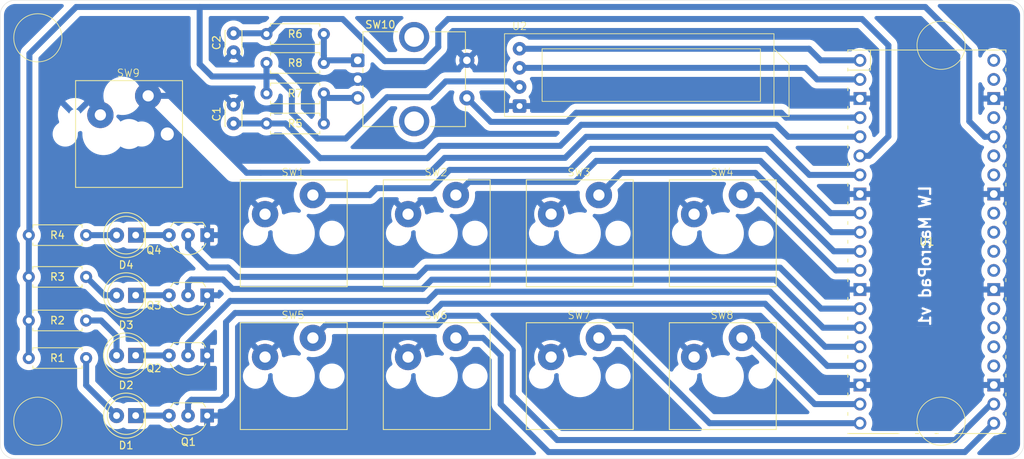
<source format=kicad_pcb>
(kicad_pcb (version 20240108) (generator "pcbnew") (generator_version "8.0")
  (title_block (title "LW Macro Pad ") (date "2024-04-20") (rev "r1") (company "York Embedded Ltd."))
  (layers (0 "F.Cu" signal) (31 "B.Cu" signal) (34 "B.Paste" user) (35 "F.Paste" user) (36 "B.SilkS" user "B.Silkscreen") (37 "F.SilkS" user "F.Silkscreen") (38 "B.Mask" user) (39 "F.Mask" user) (44 "Edge.Cuts" user))
  (net 0 "")
  (net 1 "Net-(U1-GPIO4)")
  (net 2 "GND")
  (net 3 "Net-(U1-GPIO5)")
  (net 4 "Net-(D1-A)")
  (net 5 "Net-(D1-K)")
  (net 6 "Net-(D2-K)")
  (net 7 "Net-(D2-A)")
  (net 8 "Net-(D3-A)")
  (net 9 "Net-(D3-K)")
  (net 10 "Net-(D4-A)")
  (net 11 "Net-(D4-K)")
  (net 12 "Net-(Q1-G)")
  (net 13 "Net-(Q2-G)")
  (net 14 "Net-(Q3-G)")
  (net 15 "Net-(Q4-G)")
  (net 16 "VCC")
  (net 17 "Net-(R5-Pad1)")
  (net 18 "Net-(R6-Pad1)")
  (net 19 "Net-(U1-GPIO8)")
  (net 20 "Net-(U1-GPIO9)")
  (net 21 "Net-(U1-GPIO6)")
  (net 22 "Net-(U1-GPIO2)")
  (net 23 "Net-(U1-GPIO7)")
  (net 24 "Net-(U1-GPIO3)")
  (net 25 "Net-(U1-GPIO1)")
  (net 26 "Net-(U1-GPIO0)")
  (net 40 "Net-(U1-GPIO17)")
  (net 41 "Net-(U1-GPIO16)")
  (net 42 "Net-(U1-GPIO15)")
  (net 43 "Net-(U1-GPIO14)")
  (footprint "LiveWires:LW_CherrySwitch" (layer "F.Cu") (at 125 119)
    (property "Reference" "SW5" (at -0.1 -8.1 0) (layer "F.SilkS") (effects (font (thickness 0.1))))
    (property "Value" "~" (hide yes))
    (pad "" np_thru_hole circle (at -5.08 0) (size 1.75 1.75) (drill 1.75) (layers "*.Cu" "*.Mask"))
    (pad "" np_thru_hole circle (at 0 0) (size 4 4) (drill 4) (layers "*.Cu" "*.Mask"))
    (pad "" np_thru_hole circle (at 5.08 0) (size 1.75 1.75) (drill 1.75) (layers "*.Cu" "*.Mask"))
    (pad "1" thru_hole circle (at -3.81 -2.54) (size 3.5 3.5) (drill 1.5) (layers "*.Cu" "*.Mask") (net 2 "GND"))
    (pad "2" thru_hole circle (at 2.54 -5.08) (size 3.5 3.5) (drill 1.5) (layers "*.Cu" "*.Mask") (net 40 "Net-(U1-GPIO17)"))
  )
  (footprint "LiveWires:LW_Cap_Disc" (layer "F.Cu") (at 117 75.9 90)
    (property "Reference" "C2" (at 1.25 -2.25 -90) (layer "F.SilkS"))
    (property "Value" "10n" (hide yes))
    (pad "1" thru_hole circle (at 0 0 90) (size 1.8 1.8) (drill 0.8) (layers "*.Cu" "*.Mask") (net 2 "GND"))
    (pad "2" thru_hole circle (at 2.5 0 90) (size 1.8 1.8) (drill 0.8) (layers "*.Cu" "*.Mask") (net 1 "Net-(U1-GPIO4)"))
  )
  (footprint "LiveWires:LW_TO-92" (layer "F.Cu") (at 113.5 124.25 180)
    (property "Reference" "Q1" (at 2.5 -3.5 180) (layer "F.SilkS"))
    (property "Value" "2N7000" (hide yes))
    (pad "1" thru_hole rect (at 0 0 180) (size 1.8 1.8) (drill 0.8) (layers "*.Cu" "*.Mask") (net 2 "GND"))
    (pad "2" thru_hole circle (at 2.54 0 180) (size 1.8 1.8) (drill 0.8) (layers "*.Cu" "*.Mask") (net 12 "Net-(Q1-G)"))
    (pad "3" thru_hole circle (at 5.08 0 180) (size 1.8 1.8) (drill 0.8) (layers "*.Cu" "*.Mask") (net 5 "Net-(D1-K)"))
  )
  (footprint "LiveWires:LW_CherrySwitch" (layer "F.Cu") (at 182 119)
    (property "Reference" "SW8" (at -0.1 -8.1 0) (layer "F.SilkS") (effects (font (thickness 0.1))))
    (property "Value" "~" (hide yes))
    (pad "" np_thru_hole circle (at -5.08 0) (size 1.75 1.75) (drill 1.75) (layers "*.Cu" "*.Mask"))
    (pad "" np_thru_hole circle (at 0 0) (size 4 4) (drill 4) (layers "*.Cu" "*.Mask"))
    (pad "" np_thru_hole circle (at 5.08 0) (size 1.75 1.75) (drill 1.75) (layers "*.Cu" "*.Mask"))
    (pad "1" thru_hole circle (at -3.81 -2.54) (size 3.5 3.5) (drill 1.5) (layers "*.Cu" "*.Mask") (net 2 "GND"))
    (pad "2" thru_hole circle (at 2.54 -5.08) (size 3.5 3.5) (drill 1.5) (layers "*.Cu" "*.Mask") (net 43 "Net-(U1-GPIO14)"))
  )
  (footprint "LiveWires:LW_LED_D5.0mm" (layer "F.Cu") (at 104 124.25 180)
    (property "Reference" "D1" (at 1.27 -3.96 180) (layer "F.SilkS"))
    (property "Value" "LED" (hide yes))
    (pad "1" thru_hole rect (at 0 0 180) (size 2 2) (drill 0.9) (layers "*.Cu" "*.Mask") (net 5 "Net-(D1-K)"))
    (pad "2" thru_hole circle (at 2.54 0 180) (size 2 2) (drill 0.9) (layers "*.Cu" "*.Mask") (net 4 "Net-(D1-A)"))
  )
  (footprint "LiveWires:LW_LED_D5.0mm" (layer "F.Cu") (at 104 108.25 180)
    (property "Reference" "D3" (at 1.27 -3.96 180) (layer "F.SilkS"))
    (property "Value" "LED" (hide yes))
    (pad "1" thru_hole rect (at 0 0 180) (size 2 2) (drill 0.9) (layers "*.Cu" "*.Mask") (net 9 "Net-(D3-K)"))
    (pad "2" thru_hole circle (at 2.54 0 180) (size 2 2) (drill 0.9) (layers "*.Cu" "*.Mask") (net 8 "Net-(D3-A)"))
  )
  (footprint "LiveWires:LW_CherrySwitch" (layer "F.Cu") (at 144 100)
    (property "Reference" "SW2" (at -0.1 -8.1 0) (layer "F.SilkS") (effects (font (thickness 0.1))))
    (property "Value" "~" (hide yes))
    (pad "" np_thru_hole circle (at -5.08 0) (size 1.75 1.75) (drill 1.75) (layers "*.Cu" "*.Mask"))
    (pad "" np_thru_hole circle (at 0 0) (size 4 4) (drill 4) (layers "*.Cu" "*.Mask"))
    (pad "" np_thru_hole circle (at 5.08 0) (size 1.75 1.75) (drill 1.75) (layers "*.Cu" "*.Mask"))
    (pad "1" thru_hole circle (at -3.81 -2.54) (size 3.5 3.5) (drill 1.5) (layers "*.Cu" "*.Mask") (net 2 "GND"))
    (pad "2" thru_hole circle (at 2.54 -5.08) (size 3.5 3.5) (drill 1.5) (layers "*.Cu" "*.Mask") (net 23 "Net-(U1-GPIO7)"))
  )
  (footprint "LiveWires:LW_TO-92" (layer "F.Cu") (at 113.5 108.25 180)
    (property "Reference" "Q3" (at 7.08 -1.35 180) (layer "F.SilkS"))
    (property "Value" "2N7000" (hide yes))
    (pad "1" thru_hole rect (at 0 0 180) (size 1.8 1.8) (drill 0.8) (layers "*.Cu" "*.Mask") (net 2 "GND"))
    (pad "2" thru_hole circle (at 2.54 0 180) (size 1.8 1.8) (drill 0.8) (layers "*.Cu" "*.Mask") (net 14 "Net-(Q3-G)"))
    (pad "3" thru_hole circle (at 5.08 0 180) (size 1.8 1.8) (drill 0.8) (layers "*.Cu" "*.Mask") (net 9 "Net-(D3-K)"))
  )
  (footprint "LiveWires:LW_Res" (layer "F.Cu") (at 97.42 111.6 180)
    (property "Reference" "R2" (at 3.81 0 180) (layer "F.SilkS"))
    (property "Value" "220" (hide yes))
    (pad "1" thru_hole circle (at 0 0 180) (size 1.6 1.6) (drill 0.8) (layers "*.Cu" "*.Mask") (net 7 "Net-(D2-A)"))
    (pad "2" thru_hole oval (at 7.62 0 180) (size 1.6 1.6) (drill 0.8) (layers "*.Cu" "*.Mask") (net 16 "VCC"))
  )
  (footprint "LiveWires:LW_CherrySwitch" (layer "F.Cu") (at 163 119)
    (property "Reference" "SW7" (at -0.1 -8.1 0) (layer "F.SilkS") (effects (font (thickness 0.1))))
    (property "Value" "~" (hide yes))
    (pad "" np_thru_hole circle (at -5.08 0) (size 1.75 1.75) (drill 1.75) (layers "*.Cu" "*.Mask"))
    (pad "" np_thru_hole circle (at 0 0) (size 4 4) (drill 4) (layers "*.Cu" "*.Mask"))
    (pad "" np_thru_hole circle (at 5.08 0) (size 1.75 1.75) (drill 1.75) (layers "*.Cu" "*.Mask"))
    (pad "1" thru_hole circle (at -3.81 -2.54) (size 3.5 3.5) (drill 1.5) (layers "*.Cu" "*.Mask") (net 2 "GND"))
    (pad "2" thru_hole circle (at 2.54 -5.08) (size 3.5 3.5) (drill 1.5) (layers "*.Cu" "*.Mask") (net 42 "Net-(U1-GPIO15)"))
  )
  (footprint "LiveWires:LW_TO-92" (layer "F.Cu") (at 113.5 116.25 180)
    (property "Reference" "Q2" (at 7.08 -1.7 180) (layer "F.SilkS"))
    (property "Value" "2N7000" (hide yes))
    (pad "1" thru_hole rect (at 0 0 180) (size 1.8 1.8) (drill 0.8) (layers "*.Cu" "*.Mask") (net 2 "GND"))
    (pad "2" thru_hole circle (at 2.54 0 180) (size 1.8 1.8) (drill 0.8) (layers "*.Cu" "*.Mask") (net 13 "Net-(Q2-G)"))
    (pad "3" thru_hole circle (at 5.08 0 180) (size 1.8 1.8) (drill 0.8) (layers "*.Cu" "*.Mask") (net 6 "Net-(D2-K)"))
  )
  (footprint "LiveWires:LW_Res" (layer "F.Cu") (at 97.42 105.8 180)
    (property "Reference" "R3" (at 3.81 0 180) (layer "F.SilkS"))
    (property "Value" "220")
    (pad "1" thru_hole circle (at 0 0 180) (size 1.6 1.6) (drill 0.8) (layers "*.Cu" "*.Mask") (net 8 "Net-(D3-A)"))
    (pad "2" thru_hole oval (at 7.62 0 180) (size 1.6 1.6) (drill 0.8) (layers "*.Cu" "*.Mask") (net 16 "VCC"))
  )
  (footprint "LiveWires:LW_Res" (layer "F.Cu") (at 129 73.5 180)
    (property "Reference" "R6" (at 3.81 0 180) (layer "F.SilkS"))
    (property "Value" "10k" (hide yes))
    (pad "1" thru_hole circle (at 0 0 180) (size 1.6 1.6) (drill 0.8) (layers "*.Cu" "*.Mask") (net 18 "Net-(R6-Pad1)"))
    (pad "2" thru_hole oval (at 7.62 0 180) (size 1.6 1.6) (drill 0.8) (layers "*.Cu" "*.Mask") (net 1 "Net-(U1-GPIO4)"))
  )
  (footprint "LiveWires:LW_TO-92" (layer "F.Cu") (at 113.5 100.25 180)
    (property "Reference" "Q4" (at 7.08 -2 180) (layer "F.SilkS"))
    (property "Value" "2N7000" (hide yes))
    (pad "1" thru_hole rect (at 0 0 180) (size 1.8 1.8) (drill 0.8) (layers "*.Cu" "*.Mask") (net 2 "GND"))
    (pad "2" thru_hole circle (at 2.54 0 180) (size 1.8 1.8) (drill 0.8) (layers "*.Cu" "*.Mask") (net 15 "Net-(Q4-G)"))
    (pad "3" thru_hole circle (at 5.08 0 180) (size 1.8 1.8) (drill 0.8) (layers "*.Cu" "*.Mask") (net 11 "Net-(D4-K)"))
  )
  (footprint "LiveWires:LW_Res" (layer "F.Cu") (at 121.38 77.35)
    (property "Reference" "R8" (at 3.81 0 0) (layer "F.SilkS"))
    (property "Value" "10k" (hide yes))
    (pad "1" thru_hole circle (at 0 0) (size 1.6 1.6) (drill 0.8) (layers "*.Cu" "*.Mask") (net 16 "VCC"))
    (pad "2" thru_hole oval (at 7.62 0) (size 1.6 1.6) (drill 0.8) (layers "*.Cu" "*.Mask") (net 18 "Net-(R6-Pad1)"))
  )
  (footprint "LiveWires:LW_LED_D5.0mm" (layer "F.Cu") (at 104 116.25 180)
    (property "Reference" "D2" (at 1.27 -3.96 180) (layer "F.SilkS"))
    (property "Value" "LED" (hide yes))
    (pad "1" thru_hole rect (at 0 0 180) (size 2 2) (drill 0.9) (layers "*.Cu" "*.Mask") (net 6 "Net-(D2-K)"))
    (pad "2" thru_hole circle (at 2.54 0 180) (size 2 2) (drill 0.9) (layers "*.Cu" "*.Mask") (net 7 "Net-(D2-A)"))
  )
  (footprint "LiveWires:LW_Res" (layer "F.Cu") (at 97.42 116.6 180)
    (property "Reference" "R1" (at 3.81 0 180) (layer "F.SilkS"))
    (property "Value" "220" (hide yes))
    (pad "1" thru_hole circle (at 0 0 180) (size 1.6 1.6) (drill 0.8) (layers "*.Cu" "*.Mask") (net 4 "Net-(D1-A)"))
    (pad "2" thru_hole oval (at 7.62 0 180) (size 1.6 1.6) (drill 0.8) (layers "*.Cu" "*.Mask") (net 16 "VCC"))
  )
  (footprint "LiveWires:LW_LED_D5.0mm" (layer "F.Cu") (at 104 100.25 180)
    (property "Reference" "D4" (at 1.27 -3.96 180) (layer "F.SilkS"))
    (property "Value" "LED" (hide yes))
    (pad "1" thru_hole rect (at 0 0 180) (size 2 2) (drill 0.9) (layers "*.Cu" "*.Mask") (net 11 "Net-(D4-K)"))
    (pad "2" thru_hole circle (at 2.54 0 180) (size 2 2) (drill 0.9) (layers "*.Cu" "*.Mask") (net 10 "Net-(D4-A)"))
  )
  (footprint "LiveWires:LW_CherrySwitch" (layer "F.Cu") (at 103.12 86.8)
    (property "Reference" "SW9" (at -0.1 -8.1 0) (layer "F.SilkS") (effects (font (thickness 0.1))))
    (property "Value" "~" (hide yes))
    (pad "" np_thru_hole circle (at -5.08 0) (size 1.75 1.75) (drill 1.75) (layers "*.Cu" "*.Mask"))
    (pad "" np_thru_hole circle (at 0 0) (size 4 4) (drill 4) (layers "*.Cu" "*.Mask"))
    (pad "" np_thru_hole circle (at 5.08 0) (size 1.75 1.75) (drill 1.75) (layers "*.Cu" "*.Mask"))
    (pad "1" thru_hole circle (at -3.81 -2.54) (size 3.5 3.5) (drill 1.5) (layers "*.Cu" "*.Mask") (net 2 "GND"))
    (pad "2" thru_hole circle (at 2.54 -5.08) (size 3.5 3.5) (drill 1.5) (layers "*.Cu" "*.Mask") (net 3 "Net-(U1-GPIO5)"))
  )
  (footprint "LiveWires:LW_Res" (layer "F.Cu") (at 129 81.4 180)
    (property "Reference" "R7" (at 3.81 0 180) (layer "F.SilkS"))
    (property "Value" "10k" (hide yes))
    (pad "1" thru_hole circle (at 0 0 180) (size 1.6 1.6) (drill 0.8) (layers "*.Cu" "*.Mask") (net 17 "Net-(R5-Pad1)"))
    (pad "2" thru_hole oval (at 7.62 0 180) (size 1.6 1.6) (drill 0.8) (layers "*.Cu" "*.Mask") (net 16 "VCC"))
  )
  (footprint "LiveWires:LW_CherrySwitch" (layer "F.Cu") (at 125 100)
    (property "Reference" "SW1" (at -0.1 -8.1 0) (layer "F.SilkS") (effects (font (thickness 0.1))))
    (property "Value" "~" (hide yes))
    (pad "" np_thru_hole circle (at -5.08 0) (size 1.75 1.75) (drill 1.75) (layers "*.Cu" "*.Mask"))
    (pad "" np_thru_hole circle (at 0 0) (size 4 4) (drill 4) (layers "*.Cu" "*.Mask"))
    (pad "" np_thru_hole circle (at 5.08 0) (size 1.75 1.75) (drill 1.75) (layers "*.Cu" "*.Mask"))
    (pad "1" thru_hole circle (at -3.81 -2.54) (size 3.5 3.5) (drill 1.5) (layers "*.Cu" "*.Mask") (net 2 "GND"))
    (pad "2" thru_hole circle (at 2.54 -5.08) (size 3.5 3.5) (drill 1.5) (layers "*.Cu" "*.Mask") (net 21 "Net-(U1-GPIO6)"))
  )
  (footprint "LiveWires:LW_CherrySwitch" (layer "F.Cu") (at 163 100)
    (property "Reference" "SW3" (at -0.1 -8.1 0) (layer "F.SilkS") (effects (font (thickness 0.1))))
    (property "Value" "~" (hide yes))
    (pad "" np_thru_hole circle (at -5.08 0) (size 1.75 1.75) (drill 1.75) (layers "*.Cu" "*.Mask"))
    (pad "" np_thru_hole circle (at 0 0) (size 4 4) (drill 4) (layers "*.Cu" "*.Mask"))
    (pad "" np_thru_hole circle (at 5.08 0) (size 1.75 1.75) (drill 1.75) (layers "*.Cu" "*.Mask"))
    (pad "1" thru_hole circle (at -3.81 -2.54) (size 3.5 3.5) (drill 1.5) (layers "*.Cu" "*.Mask") (net 2 "GND"))
    (pad "2" thru_hole circle (at 2.54 -5.08) (size 3.5 3.5) (drill 1.5) (layers "*.Cu" "*.Mask") (net 19 "Net-(U1-GPIO8)"))
  )
  (footprint "LiveWires:LW_MIDAS_OLED_128x32_0.91in" (layer "F.Cu") (at 155 75.46)
    (property "Reference" "U2" (at 0 -3 0) (layer "F.SilkS") (effects (font (thickness 0.1))))
    (property "Value" "MDOB128032GV-WI" (hide yes))
    (pad "1" thru_hole roundrect (at 0 7.62 180) (size 1.8 1.8) (drill 0.8) (layers "*.Cu" "*.Mask") (roundrect_rratio 0.1388888889) (net 2 "GND"))
    (pad "2" thru_hole circle (at 0 5.08 180) (size 1.8 1.8) (drill 0.8) (layers "*.Cu" "*.Mask") (net 16 "VCC"))
    (pad "3" thru_hole circle (at 0 2.54 180) (size 1.8 1.8) (drill 0.8) (layers "*.Cu" "*.Mask") (net 25 "Net-(U1-GPIO1)"))
    (pad "4" thru_hole circle (at 0 0 180) (size 1.8 1.8) (drill 0.8) (layers "*.Cu" "*.Mask") (net 26 "Net-(U1-GPIO0)"))
  )
  (footprint "LiveWires:LW_RotaryEncoder_Bourns_Vertical_PEC12R-3x17F-Sxxxx" (layer "F.Cu") (at 133.5 77)
    (property "Reference" "SW10" (at 3 -4.75 0) (layer "F.SilkS"))
    (property "Value" "RotaryEncoder_Switch" (hide yes))
    (pad "A" thru_hole roundrect (at 0 0) (size 1.8 1.8) (drill 1) (layers "*.Cu" "*.Mask") (roundrect_rratio 0.15625) (net 18 "Net-(R6-Pad1)"))
    (pad "B" thru_hole circle (at 0 5) (size 1.8 1.8) (drill 1) (layers "*.Cu" "*.Mask") (net 17 "Net-(R5-Pad1)"))
    (pad "C" thru_hole circle (at 0 2.5) (size 1.8 1.8) (drill 1) (layers "*.Cu" "*.Mask") (net 2 "GND"))
    (pad "S1" thru_hole circle (at 14.5 0) (size 2 2) (drill 1) (layers "*.Cu" "*.Mask") (net 2 "GND"))
    (pad "S2" thru_hole circle (at 14.5 5) (size 2 2) (drill 1) (layers "*.Cu" "*.Mask") (net 22 "Net-(U1-GPIO2)"))
    (pad "SH" thru_hole circle (at 7.5 -3.1) (size 4 4) (drill 2.6) (layers "*.Cu" "*.Mask"))
    (pad "SH" thru_hole circle (at 7.5 8.1) (size 4 4) (drill 2.6) (layers "*.Cu" "*.Mask"))
  )
  (footprint "LiveWires:LW_Res" (layer "F.Cu") (at 97.42 100.25 180)
    (property "Reference" "R4" (at 3.81 0 180) (layer "F.SilkS"))
    (property "Value" "220" (hide yes))
    (pad "1" thru_hole circle (at 0 0 180) (size 1.6 1.6) (drill 0.8) (layers "*.Cu" "*.Mask") (net 10 "Net-(D4-A)"))
    (pad "2" thru_hole oval (at 7.62 0 180) (size 1.6 1.6) (drill 0.8) (layers "*.Cu" "*.Mask") (net 16 "VCC"))
  )
  (footprint "LiveWires:LW_Res" (layer "F.Cu") (at 129 85.4 180)
    (property "Reference" "R5" (at 3.81 0 180) (layer "F.SilkS"))
    (property "Value" "10k" (hide yes))
    (pad "1" thru_hole circle (at 0 0 180) (size 1.6 1.6) (drill 0.8) (layers "*.Cu" "*.Mask") (net 17 "Net-(R5-Pad1)"))
    (pad "2" thru_hole oval (at 7.62 0 180) (size 1.6 1.6) (drill 0.8) (layers "*.Cu" "*.Mask") (net 24 "Net-(U1-GPIO3)"))
  )
  (footprint "LiveWires:LW_Cap_Disc" (layer "F.Cu") (at 117 85.4 90)
    (property "Reference" "C1" (at 1.25 -2.25 -90) (layer "F.SilkS"))
    (property "Value" "10n" (hide yes))
    (pad "1" thru_hole circle (at 0 0 90) (size 1.8 1.8) (drill 0.8) (layers "*.Cu" "*.Mask") (net 24 "Net-(U1-GPIO3)"))
    (pad "2" thru_hole circle (at 2.5 0 90) (size 1.8 1.8) (drill 0.8) (layers "*.Cu" "*.Mask") (net 2 "GND"))
  )
  (footprint "LiveWires:LW_RPi_Pico_SMD_TH" (layer "F.Cu") (at 209.11 101.13)
    (property "Reference" "U1" (at 0 0 0) (layer "F.SilkS"))
    (property "Value" "Pico")
    (pad "1" thru_hole oval (at -8.89 -24.13) (size 1.7 1.7) (drill 1.02) (layers "*.Cu" "*.Mask") (net 26 "Net-(U1-GPIO0)"))
    (pad "2" thru_hole oval (at -8.89 -21.59) (size 1.7 1.7) (drill 1.02) (layers "*.Cu" "*.Mask") (net 25 "Net-(U1-GPIO1)"))
    (pad "3" thru_hole rect (at -8.89 -19.05) (size 1.7 1.7) (drill 1.02) (layers "*.Cu" "*.Mask") (net 2 "GND"))
    (pad "4" thru_hole oval (at -8.89 -16.51) (size 1.7 1.7) (drill 1.02) (layers "*.Cu" "*.Mask") (net 22 "Net-(U1-GPIO2)"))
    (pad "5" thru_hole oval (at -8.89 -13.97) (size 1.7 1.7) (drill 1.02) (layers "*.Cu" "*.Mask") (net 24 "Net-(U1-GPIO3)"))
    (pad "6" thru_hole oval (at -8.89 -11.43) (size 1.7 1.7) (drill 1.02) (layers "*.Cu" "*.Mask") (net 1 "Net-(U1-GPIO4)"))
    (pad "7" thru_hole oval (at -8.89 -8.89) (size 1.7 1.7) (drill 1.02) (layers "*.Cu" "*.Mask") (net 3 "Net-(U1-GPIO5)"))
    (pad "8" thru_hole rect (at -8.89 -6.35) (size 1.7 1.7) (drill 1.02) (layers "*.Cu" "*.Mask") (net 2 "GND"))
    (pad "9" thru_hole oval (at -8.89 -3.81) (size 1.7 1.7) (drill 1.02) (layers "*.Cu" "*.Mask") (net 21 "Net-(U1-GPIO6)"))
    (pad "10" thru_hole oval (at -8.89 -1.27) (size 1.7 1.7) (drill 1.02) (layers "*.Cu" "*.Mask") (net 23 "Net-(U1-GPIO7)"))
    (pad "11" thru_hole oval (at -8.89 1.27) (size 1.7 1.7) (drill 1.02) (layers "*.Cu" "*.Mask") (net 19 "Net-(U1-GPIO8)"))
    (pad "12" thru_hole oval (at -8.89 3.81) (size 1.7 1.7) (drill 1.02) (layers "*.Cu" "*.Mask") (net 20 "Net-(U1-GPIO9)"))
    (pad "13" thru_hole rect (at -8.89 6.35) (size 1.7 1.7) (drill 1.02) (layers "*.Cu" "*.Mask") (net 2 "GND"))
    (pad "14" thru_hole oval (at -8.89 8.89) (size 1.7 1.7) (drill 1.02) (layers "*.Cu" "*.Mask") (net 15 "Net-(Q4-G)"))
    (pad "15" thru_hole oval (at -8.89 11.43) (size 1.7 1.7) (drill 1.02) (layers "*.Cu" "*.Mask") (net 14 "Net-(Q3-G)"))
    (pad "16" thru_hole oval (at -8.89 13.97) (size 1.7 1.7) (drill 1.02) (layers "*.Cu" "*.Mask") (net 13 "Net-(Q2-G)"))
    (pad "17" thru_hole oval (at -8.89 16.51) (size 1.7 1.7) (drill 1.02) (layers "*.Cu" "*.Mask") (net 12 "Net-(Q1-G)"))
    (pad "18" thru_hole rect (at -8.89 19.05) (size 1.7 1.7) (drill 1.02) (layers "*.Cu" "*.Mask") (net 2 "GND"))
    (pad "19" thru_hole oval (at -8.89 21.59) (size 1.7 1.7) (drill 1.02) (layers "*.Cu" "*.Mask") (net 43 "Net-(U1-GPIO14)"))
    (pad "20" thru_hole oval (at -8.89 24.13) (size 1.7 1.7) (drill 1.02) (layers "*.Cu" "*.Mask") (net 42 "Net-(U1-GPIO15)"))
    (pad "21" thru_hole oval (at 8.89 24.13) (size 1.7 1.7) (drill 1.02) (layers "*.Cu" "*.Mask") (net 41 "Net-(U1-GPIO16)"))
    (pad "22" thru_hole oval (at 8.89 21.59) (size 1.7 1.7) (drill 1.02) (layers "*.Cu" "*.Mask") (net 40 "Net-(U1-GPIO17)"))
    (pad "23" thru_hole rect (at 8.89 19.05) (size 1.7 1.7) (drill 1.02) (layers "*.Cu" "*.Mask") (net 2 "GND"))
    (pad "24" thru_hole oval (at 8.89 16.51) (size 1.7 1.7) (drill 1.02) (layers "*.Cu" "*.Mask"))
    (pad "25" thru_hole oval (at 8.89 13.97) (size 1.7 1.7) (drill 1.02) (layers "*.Cu" "*.Mask"))
    (pad "26" thru_hole oval (at 8.89 11.43) (size 1.7 1.7) (drill 1.02) (layers "*.Cu" "*.Mask"))
    (pad "27" thru_hole oval (at 8.89 8.89) (size 1.7 1.7) (drill 1.02) (layers "*.Cu" "*.Mask"))
    (pad "28" thru_hole rect (at 8.89 6.35) (size 1.7 1.7) (drill 1.02) (layers "*.Cu" "*.Mask") (net 2 "GND"))
    (pad "29" thru_hole oval (at 8.89 3.81) (size 1.7 1.7) (drill 1.02) (layers "*.Cu" "*.Mask"))
    (pad "30" thru_hole oval (at 8.89 1.27) (size 1.7 1.7) (drill 1.02) (layers "*.Cu" "*.Mask"))
    (pad "31" thru_hole oval (at 8.89 -1.27) (size 1.7 1.7) (drill 1.02) (layers "*.Cu" "*.Mask"))
    (pad "32" thru_hole oval (at 8.89 -3.81) (size 1.7 1.7) (drill 1.02) (layers "*.Cu" "*.Mask"))
    (pad "33" thru_hole rect (at 8.89 -6.35) (size 1.7 1.7) (drill 1.02) (layers "*.Cu" "*.Mask") (net 2 "GND"))
    (pad "34" thru_hole oval (at 8.89 -8.89) (size 1.7 1.7) (drill 1.02) (layers "*.Cu" "*.Mask"))
    (pad "35" thru_hole oval (at 8.89 -11.43) (size 1.7 1.7) (drill 1.02) (layers "*.Cu" "*.Mask"))
    (pad "36" thru_hole oval (at 8.89 -13.97) (size 1.7 1.7) (drill 1.02) (layers "*.Cu" "*.Mask") (net 16 "VCC"))
    (pad "37" thru_hole oval (at 8.89 -16.51) (size 1.7 1.7) (drill 1.02) (layers "*.Cu" "*.Mask"))
    (pad "38" thru_hole rect (at 8.89 -19.05) (size 1.7 1.7) (drill 1.02) (layers "*.Cu" "*.Mask") (net 2 "GND"))
    (pad "39" thru_hole oval (at 8.89 -21.59) (size 1.7 1.7) (drill 1.02) (layers "*.Cu" "*.Mask"))
    (pad "40" thru_hole oval (at 8.89 -24.13) (size 1.7 1.7) (drill 1.02) (layers "*.Cu" "*.Mask"))
  )
  (footprint "LiveWires:LW_CherrySwitch" (layer "F.Cu") (at 144 119)
    (property "Reference" "SW6" (at -0.1 -8.1 0) (layer "F.SilkS") (effects (font (thickness 0.1))))
    (property "Value" "~" (hide yes))
    (pad "" np_thru_hole circle (at -5.08 0) (size 1.75 1.75) (drill 1.75) (layers "*.Cu" "*.Mask"))
    (pad "" np_thru_hole circle (at 0 0) (size 4 4) (drill 4) (layers "*.Cu" "*.Mask"))
    (pad "" np_thru_hole circle (at 5.08 0) (size 1.75 1.75) (drill 1.75) (layers "*.Cu" "*.Mask"))
    (pad "1" thru_hole circle (at -3.81 -2.54) (size 3.5 3.5) (drill 1.5) (layers "*.Cu" "*.Mask") (net 2 "GND"))
    (pad "2" thru_hole circle (at 2.54 -5.08) (size 3.5 3.5) (drill 1.5) (layers "*.Cu" "*.Mask") (net 41 "Net-(U1-GPIO16)"))
  )
  (footprint "LiveWires:LW_CherrySwitch" (layer "F.Cu") (at 182 100)
    (property "Reference" "SW4" (at -0.1 -8.1 0) (layer "F.SilkS") (effects (font (thickness 0.1))))
    (property "Value" "~" (hide yes))
    (pad "" np_thru_hole circle (at -5.08 0) (size 1.75 1.75) (drill 1.75) (layers "*.Cu" "*.Mask"))
    (pad "" np_thru_hole circle (at 0 0) (size 4 4) (drill 4) (layers "*.Cu" "*.Mask"))
    (pad "" np_thru_hole circle (at 5.08 0) (size 1.75 1.75) (drill 1.75) (layers "*.Cu" "*.Mask"))
    (pad "1" thru_hole circle (at -3.81 -2.54) (size 3.5 3.5) (drill 1.5) (layers "*.Cu" "*.Mask") (net 2 "GND"))
    (pad "2" thru_hole circle (at 2.54 -5.08) (size 3.5 3.5) (drill 1.5) (layers "*.Cu" "*.Mask") (net 20 "Net-(U1-GPIO9)"))
  )
  (gr_circle (center 91 74) (end 94.2 74) (stroke (width 0.1)) (fill none) (layer "F.SilkS"))
  (gr_circle (center 91 125) (end 94.2 125) (stroke (width 0.1)) (fill none) (layer "F.SilkS"))
  (gr_circle (center 211 75) (end 214.2 75) (stroke (width 0.1)) (fill none) (layer "F.SilkS"))
  (gr_circle (center 211 125) (end 214.2 125) (stroke (width 0.1)) (fill none) (layer "F.SilkS"))
  (gr_line (start 88 69) (end 220 69) (stroke (width 0.05)) (layer "Edge.Cuts"))
  (gr_line (start 86 128) (end 86 71) (stroke (width 0.05)) (layer "Edge.Cuts"))
  (gr_line (start 220 130) (end 88 130) (stroke (width 0.05)) (layer "Edge.Cuts"))
  (gr_line (start 222 71) (end 222 128) (stroke (width 0.05)) (layer "Edge.Cuts"))
  (gr_arc (start 220 69) (mid 221.414214 69.585786) (end 222 71) (stroke (width 0.05)) (layer "Edge.Cuts"))
  (gr_arc (start 86 71) (mid 86.585786 69.585786) (end 88 69) (stroke (width 0.05)) (layer "Edge.Cuts"))
  (gr_arc (start 222 128) (mid 221.414214 129.414214) (end 220 130) (stroke (width 0.05)) (layer "Edge.Cuts"))
  (gr_arc (start 88 130) (mid 86.585786 129.414214) (end 86 128) (stroke (width 0.05)) (layer "Edge.Cuts"))
  (gr_text "LW MacroPad v1" (at 209.75 93.5 90) (layer "B.Cu" knockout) (effects (font (size 1.5 1.5) (thickness 0.3) (bold yes)) (justify left bottom mirror)))
  (segment (start 137.1 77.1) (end 131.5 71.5) (width 0.8) (layer "B.Cu") (net 1))
  (segment (start 144.2 72.8) (end 144.2 75.225484) (width 0.8) (layer "B.Cu") (net 1))
  (segment (start 201.422081 89.7) (end 204 87.122081) (width 0.8) (layer "B.Cu") (net 1))
  (segment (start 117 73.4) (end 121.28 73.4) (width 0.8) (layer "B.Cu") (net 1))
  (segment (start 200.22 89.7) (end 201.422081 89.7) (width 0.8) (layer "B.Cu") (net 1))
  (segment (start 145.5 71.5) (end 144.2 72.8) (width 0.8) (layer "B.Cu") (net 1))
  (segment (start 131.5 71.5) (end 123.38 71.5) (width 0.8) (layer "B.Cu") (net 1))
  (segment (start 142.325484 77.1) (end 137.1 77.1) (width 0.8) (layer "B.Cu") (net 1))
  (segment (start 200.5 71.5) (end 145.5 71.5) (width 0.8) (layer "B.Cu") (net 1))
  (segment (start 144.2 75.225484) (end 142.325484 77.1) (width 0.8) (layer "B.Cu") (net 1))
  (segment (start 204 87.122081) (end 204 75) (width 0.8) (layer "B.Cu") (net 1))
  (segment (start 121.28 73.4) (end 121.38 73.5) (width 0.8) (layer "B.Cu") (net 1))
  (segment (start 204 75) (end 200.5 71.5) (width 0.8) (layer "B.Cu") (net 1))
  (segment (start 123.38 71.5) (end 121.38 73.5) (width 0.8) (layer "B.Cu") (net 1))
  (segment (start 118.75 91.95) (end 120.6 91.95) (width 0.8) (layer "B.Cu") (net 3))
  (segment (start 188.432742 87.17) (end 163.855484 87.17) (width 0.8) (layer "B.Cu") (net 3))
  (segment (start 161.055483 89.970001) (end 145.055326 89.970001) (width 0.8) (layer "B.Cu") (net 3))
  (segment (start 193.502742 92.24) (end 188.432742 87.17) (width 0.8) (layer "B.Cu") (net 3))
  (segment (start 108.52 81.72) (end 118.75 91.95) (width 0.8) (layer "B.Cu") (net 3))
  (segment (start 143.075327 91.95) (end 120.6 91.95) (width 0.8) (layer "B.Cu") (net 3))
  (segment (start 105.66 81.72) (end 108.52 81.72) (width 0.8) (layer "B.Cu") (net 3))
  (segment (start 145.055326 89.970001) (end 143.075327 91.95) (width 0.8) (layer "B.Cu") (net 3))
  (segment (start 163.855484 87.17) (end 161.055483 89.970001) (width 0.8) (layer "B.Cu") (net 3))
  (segment (start 200.22 92.24) (end 193.502742 92.24) (width 0.8) (layer "B.Cu") (net 3))
  (segment (start 97.42 116.6) (end 97.42 120.21) (width 0.8) (layer "B.Cu") (net 4))
  (segment (start 97.42 120.21) (end 101.46 124.25) (width 0.8) (layer "B.Cu") (net 4))
  (segment (start 104 124.25) (end 108.42 124.25) (width 0.8) (layer "B.Cu") (net 5))
  (segment (start 104 116.25) (end 108.42 116.25) (width 0.8) (layer "B.Cu") (net 6))
  (segment (start 99.4 111.6) (end 97.42 111.6) (width 0.8) (layer "B.Cu") (net 7))
  (segment (start 101.46 116.25) (end 101.46 113.66) (width 0.8) (layer "B.Cu") (net 7))
  (segment (start 101.46 113.66) (end 99.4 111.6) (width 0.8) (layer "B.Cu") (net 7))
  (segment (start 101.46 108.25) (end 99.87 108.25) (width 0.8) (layer "B.Cu") (net 8))
  (segment (start 99.87 108.25) (end 97.42 105.8) (width 0.8) (layer "B.Cu") (net 8))
  (segment (start 104 108.25) (end 108.42 108.25) (width 0.8) (layer "B.Cu") (net 9))
  (segment (start 97.42 100.25) (end 101.46 100.25) (width 0.8) (layer "B.Cu") (net 10))
  (segment (start 104 100.25) (end 108.42 100.25) (width 0.8) (layer "B.Cu") (net 11))
  (segment (start 200.22 117.64) (end 195.89 117.64) (width 0.8) (layer "B.Cu") (net 12))
  (segment (start 115.35 122.15) (end 111.4 122.15) (width 0.8) (layer "B.Cu") (net 12))
  (segment (start 187.62 109.37) (end 144.655327 109.37) (width 0.8) (layer "B.Cu") (net 12))
  (segment (start 116 121.5) (end 115.35 122.15) (width 0.8) (layer "B.Cu") (net 12))
  (segment (start 195.89 117.64) (end 187.62 109.37) (width 0.8) (layer "B.Cu") (net 12))
  (segment (start 111.4 122.15) (end 110.96 122.59) (width 0.8) (layer "B.Cu") (net 12))
  (segment (start 144.655327 109.37) (end 143.425327 110.6) (width 0.8) (layer "B.Cu") (net 12))
  (segment (start 110.96 122.59) (end 110.96 124.25) (width 0.8) (layer "B.Cu") (net 12))
  (segment (start 143.425327 110.6) (end 117.212742 110.6) (width 0.8) (layer "B.Cu") (net 12))
  (segment (start 117.212742 110.6) (end 116 111.812742) (width 0.8) (layer "B.Cu") (net 12))
  (segment (start 116 111.812742) (end 116 121.5) (width 0.8) (layer "B.Cu") (net 12))
  (segment (start 110.96 114.59) (end 110.96 116.25) (width 0.8) (layer "B.Cu") (net 13))
  (segment (start 200.22 115.1) (end 195.612742 115.1) (width 0.8) (layer "B.Cu") (net 13))
  (segment (start 143.992585 107.77) (end 142.762585 109) (width 0.8) (layer "B.Cu") (net 13))
  (segment (start 116.55 109) (end 110.96 114.59) (width 0.8) (layer "B.Cu") (net 13))
  (segment (start 142.762585 109) (end 116.55 109) (width 0.8) (layer "B.Cu") (net 13))
  (segment (start 188.282742 107.77) (end 143.992585 107.77) (width 0.8) (layer "B.Cu") (net 13))
  (segment (start 195.612742 115.1) (end 188.282742 107.77) (width 0.8) (layer "B.Cu") (net 13))
  (segment (start 200.22 112.56) (end 195.335484 112.56) (width 0.8) (layer "B.Cu") (net 14))
  (segment (start 142.099843 107.4) (end 116.85 107.4) (width 0.8) (layer "B.Cu") (net 14))
  (segment (start 115.6 106.15) (end 111.4 106.15) (width 0.8) (layer "B.Cu") (net 14))
  (segment (start 116.85 107.4) (end 115.6 106.15) (width 0.8) (layer "B.Cu") (net 14))
  (segment (start 195.335484 112.56) (end 188.945484 106.17) (width 0.8) (layer "B.Cu") (net 14))
  (segment (start 110.96 106.59) (end 110.96 108.25) (width 0.8) (layer "B.Cu") (net 14))
  (segment (start 188.945484 106.17) (end 143.329843 106.17) (width 0.8) (layer "B.Cu") (net 14))
  (segment (start 143.329843 106.17) (end 142.099843 107.4) (width 0.8) (layer "B.Cu") (net 14))
  (segment (start 111.4 106.15) (end 110.96 106.59) (width 0.8) (layer "B.Cu") (net 14))
  (segment (start 142.667101 104.57) (end 189.608226 104.57) (width 0.8) (layer "B.Cu") (net 15))
  (segment (start 189.608226 104.57) (end 195.058226 110.02) (width 0.8) (layer "B.Cu") (net 15))
  (segment (start 113.6 104.55) (end 116.262742 104.55) (width 0.8) (layer "B.Cu") (net 15))
  (segment (start 110.96 101.91) (end 113.6 104.55) (width 0.8) (layer "B.Cu") (net 15))
  (segment (start 110.96 100.25) (end 110.96 101.91) (width 0.8) (layer "B.Cu") (net 15))
  (segment (start 116.262742 104.55) (end 117.512742 105.8) (width 0.8) (layer "B.Cu") (net 15))
  (segment (start 141.437101 105.8) (end 142.667101 104.57) (width 0.8) (layer "B.Cu") (net 15))
  (segment (start 195.058226 110.02) (end 200.22 110.02) (width 0.8) (layer "B.Cu") (net 15))
  (segment (start 117.512742 105.8) (end 141.437101 105.8) (width 0.8) (layer "B.Cu") (net 15))
  (segment (start 89.8 111.6) (end 89.8 116.6) (width 0.8) (layer "B.Cu") (net 16))
  (segment (start 216.797919 87.16) (end 214.75 85.112081) (width 0.8) (layer "B.Cu") (net 16))
  (segment (start 208.9 69.9) (end 112.5 69.9) (width 0.8) (layer "B.Cu") (net 16))
  (segment (start 121.38 81.4) (end 121.38 79.27) (width 0.8) (layer "B.Cu") (net 16))
  (segment (start 124.75 83.978428) (end 128.171572 87.4) (width 0.8) (layer "B.Cu") (net 16))
  (segment (start 121.5 79.15) (end 114.15 79.15) (width 0.8) (layer "B.Cu") (net 16))
  (segment (start 114.15 79.15) (end 112.5 77.5) (width 0.8) (layer "B.Cu") (net 16))
  (segment (start 121.5 79.15) (end 121.38 79.03) (width 0.8) (layer "B.Cu") (net 16))
  (segment (start 89.8 100.25) (end 89.8 105.8) (width 0.8) (layer "B.Cu") (net 16))
  (segment (start 89.88 76.12) (end 89.88 100.17) (width 0.8) (layer "B.Cu") (net 16))
  (segment (start 112.5 69.9) (end 96.1 69.9) (width 0.8) (layer "B.Cu") (net 16))
  (segment (start 143.1 81.9) (end 145.2 79.8) (width 0.8) (layer "B.Cu") (net 16))
  (segment (start 218 87.16) (end 216.797919 87.16) (width 0.8) (layer "B.Cu") (net 16))
  (segment (start 145.2 79.8) (end 153.55 79.8) (width 0.8) (layer "B.Cu") (net 16))
  (segment (start 121.38 79.03) (end 121.38 77.35) (width 0.8) (layer "B.Cu") (net 16))
  (segment (start 124.75 81.15) (end 124.75 83.978428) (width 0.8) (layer "B.Cu") (net 16))
  (segment (start 153.55 79.8) (end 154.29 80.54) (width 0.8) (layer "B.Cu") (net 16))
  (segment (start 214.75 85.112081) (end 214.75 75.75) (width 0.8) (layer "B.Cu") (net 16))
  (segment (start 96.1 69.9) (end 89.88 76.12) (width 0.8) (layer "B.Cu") (net 16))
  (segment (start 214.75 75.75) (end 208.9 69.9) (width 0.8) (layer "B.Cu") (net 16))
  (segment (start 89.8 105.8) (end 89.8 111.6) (width 0.8) (layer "B.Cu") (net 16))
  (segment (start 131.911774 87.4) (end 137.411774 81.9) (width 0.8) (layer "B.Cu") (net 16))
  (segment (start 89.88 100.17) (end 89.8 100.25) (width 0.8) (layer "B.Cu") (net 16))
  (segment (start 128.171572 87.4) (end 131.911774 87.4) (width 0.8) (layer "B.Cu") (net 16))
  (segment (start 137.411774 81.9) (end 143.1 81.9) (width 0.8) (layer "B.Cu") (net 16))
  (segment (start 112.5 77.5) (end 112.5 69.9) (width 0.8) (layer "B.Cu") (net 16))
  (segment (start 122.75 79.15) (end 124.75 81.15) (width 0.8) (layer "B.Cu") (net 16))
  (segment (start 154.29 80.54) (end 155 80.54) (width 0.8) (layer "B.Cu") (net 16))
  (segment (start 121.38 79.27) (end 121.5 79.15) (width 0.8) (layer "B.Cu") (net 16))
  (segment (start 121.5 79.15) (end 122.75 79.15) (width 0.8) (layer "B.Cu") (net 16))
  (segment (start 129 85.4) (end 129 81.4) (width 0.8) (layer "B.Cu") (net 17))
  (segment (start 133.5 82) (end 129.6 82) (width 0.8) (layer "B.Cu") (net 17))
  (segment (start 129.6 82) (end 129 81.4) (width 0.8) (layer "B.Cu") (net 17))
  (segment (start 129 77.35) (end 129 76.4) (width 0.8) (layer "B.Cu") (net 18))
  (segment (start 129.35 77) (end 133.5 77) (width 0.8) (layer "B.Cu") (net 18))
  (segment (start 129 77.35) (end 129.35 77) (width 0.8) (layer "B.Cu") (net 18))
  (segment (start 129 76.4) (end 129 73.5) (width 0.8) (layer "B.Cu") (net 18))
  (segment (start 196.757615 102.4) (end 186.327615 91.97) (width 0.8) (layer "B.Cu") (net 19))
  (segment (start 168.49 91.97) (end 165.54 94.92) (width 0.8) (layer "B.Cu") (net 19))
  (segment (start 200.22 102.4) (end 196.757615 102.4) (width 0.8) (layer "B.Cu") (net 19))
  (segment (start 186.327615 91.97) (end 168.49 91.97) (width 0.8) (layer "B.Cu") (net 19))
  (segment (start 187.014873 94.92) (end 197.034872 104.94) (width 0.8) (layer "B.Cu") (net 20))
  (segment (start 197.034872 104.94) (end 200.22 104.94) (width 0.8) (layer "B.Cu") (net 20))
  (segment (start 184.54 94.92) (end 187.014873 94.92) (width 0.8) (layer "B.Cu") (net 20))
  (segment (start 164.518226 88.77) (end 187.77 88.77) (width 0.8) (layer "B.Cu") (net 21))
  (segment (start 136 94) (end 143.288069 94) (width 0.8) (layer "B.Cu") (net 21))
  (segment (start 135.08 94.92) (end 136 94) (width 0.8) (layer "B.Cu") (net 21))
  (segment (start 143.288069 94) (end 145.718068 91.570001) (width 0.8) (layer "B.Cu") (net 21))
  (segment (start 145.718068 91.570001) (end 161.718225 91.570001) (width 0.8) (layer "B.Cu") (net 21))
  (segment (start 127.54 94.92) (end 135.08 94.92) (width 0.8) (layer "B.Cu") (net 21))
  (segment (start 161.718225 91.570001) (end 164.518226 88.77) (width 0.8) (layer "B.Cu") (net 21))
  (segment (start 196.32 97.32) (end 200.22 97.32) (width 0.8) (layer "B.Cu") (net 21))
  (segment (start 187.77 88.77) (end 196.32 97.32) (width 0.8) (layer "B.Cu") (net 21))
  (segment (start 189.758226 83.97) (end 190.408226 84.62) (width 0.8) (layer "B.Cu") (net 22))
  (segment (start 151.18 85.18) (end 161.32 85.18) (width 0.8) (layer "B.Cu") (net 22))
  (segment (start 162.53 83.97) (end 189.758226 83.97) (width 0.8) (layer "B.Cu") (net 22))
  (segment (start 161.32 85.18) (end 162.53 83.97) (width 0.8) (layer "B.Cu") (net 22))
  (segment (start 190.408226 84.62) (end 200.22 84.62) (width 0.8) (layer "B.Cu") (net 22))
  (segment (start 148 82) (end 151.18 85.18) (width 0.8) (layer "B.Cu") (net 22))
  (segment (start 200.22 84.62) (end 199.017919 84.62) (width 0.8) (layer "B.Cu") (net 22))
  (segment (start 162.380967 93.170001) (end 148.289999 93.170001) (width 0.8) (layer "B.Cu") (net 23))
  (segment (start 200.22 99.86) (end 196.480357 99.86) (width 0.8) (layer "B.Cu") (net 23))
  (segment (start 148.289999 93.170001) (end 146.54 94.92) (width 0.8) (layer "B.Cu") (net 23))
  (segment (start 196.480357 99.86) (end 186.990357 90.37) (width 0.8) (layer "B.Cu") (net 23))
  (segment (start 165.180968 90.37) (end 162.380967 93.170001) (width 0.8) (layer "B.Cu") (net 23))
  (segment (start 186.990357 90.37) (end 165.180968 90.37) (width 0.8) (layer "B.Cu") (net 23))
  (segment (start 190.685484 87.16) (end 200.22 87.16) (width 0.8) (layer "B.Cu") (net 24))
  (segment (start 128.50883 90) (end 142.762585 90) (width 0.8) (layer "B.Cu") (net 24))
  (segment (start 189.095484 85.57) (end 190.685484 87.16) (width 0.8) (layer "B.Cu") (net 24))
  (segment (start 142.762585 90) (end 144.392584 88.370001) (width 0.8) (layer "B.Cu") (net 24))
  (segment (start 163.192742 85.57) (end 189.095484 85.57) (width 0.8) (layer "B.Cu") (net 24))
  (segment (start 144.392584 88.370001) (end 160.392741 88.370001) (width 0.8) (layer "B.Cu") (net 24))
  (segment (start 117 85.4) (end 121.38 85.4) (width 0.8) (layer "B.Cu") (net 24))
  (segment (start 160.392741 88.370001) (end 163.192742 85.57) (width 0.8) (layer "B.Cu") (net 24))
  (segment (start 121.38 85.4) (end 123.90883 85.4) (width 0.8) (layer "B.Cu") (net 24))
  (segment (start 123.90883 85.4) (end 128.50883 90) (width 0.8) (layer "B.Cu") (net 24))
  (segment (start 155 78) (end 193 78) (width 0.8) (layer "B.Cu") (net 25))
  (segment (start 194.54 79.54) (end 200.22 79.54) (width 0.8) (layer "B.Cu") (net 25))
  (segment (start 193 78) (end 194.54 79.54) (width 0.8) (layer "B.Cu") (net 25))
  (segment (start 195 77) (end 200.22 77) (width 0.8) (layer "B.Cu") (net 26))
  (segment (start 155 75.46) (end 193.46 75.46) (width 0.8) (layer "B.Cu") (net 26))
  (segment (start 193.46 75.46) (end 195 77) (width 0.8) (layer "B.Cu") (net 26))
  (segment (start 144.088069 112.2) (end 129.26 112.2) (width 0.8) (layer "B.Cu") (net 40))
  (segment (start 154.1 121.6) (end 154.1 115.587258) (width 0.8) (layer "B.Cu") (net 40))
  (segment (start 154.1 115.587258) (end 149.482742 110.97) (width 0.8) (layer "B.Cu") (net 40))
  (segment (start 218 122.72) (end 217.640862 122.72) (width 0.8) (layer "B.Cu") (net 40))
  (segment (start 212.860862 127.5) (end 160 127.5) (width 0.8) (layer "B.Cu") (net 40))
  (segment (start 145.318069 110.97) (end 144.088069 112.2) (width 0.8) (layer "B.Cu") (net 40))
  (segment (start 149.482742 110.97) (end 145.318069 110.97) (width 0.8) (layer "B.Cu") (net 40))
  (segment (start 217.640862 122.72) (end 212.860862 127.5) (width 0.8) (layer "B.Cu") (net 40))
  (segment (start 129.26 112.2) (end 127.54 113.92) (width 0.8) (layer "B.Cu") (net 40))
  (segment (start 160 127.5) (end 154.1 121.6) (width 0.8) (layer "B.Cu") (net 40))
  (segment (start 218 125.26) (end 214.16 129.1) (width 0.8) (layer "B.Cu") (net 41))
  (segment (start 152.5 116.25) (end 150.17 113.92) (width 0.8) (layer "B.Cu") (net 41))
  (segment (start 214.16 129.1) (end 158.85 129.1) (width 0.8) (layer "B.Cu") (net 41))
  (segment (start 158.85 129.1) (end 152.5 122.75) (width 0.8) (layer "B.Cu") (net 41))
  (segment (start 152.5 122.75) (end 152.5 116.25) (width 0.8) (layer "B.Cu") (net 41))
  (segment (start 150.17 113.92) (end 146.54 113.92) (width 0.8) (layer "B.Cu") (net 41))
  (segment (start 168.905507 113.92) (end 165.54 113.92) (width 0.8) (layer "B.Cu") (net 42))
  (segment (start 180.245507 125.26) (end 168.905507 113.92) (width 0.8) (layer "B.Cu") (net 42))
  (segment (start 200.22 125.26) (end 180.245507 125.26) (width 0.8) (layer "B.Cu") (net 42))
  (segment (start 194.22 122.72) (end 200.22 122.72) (width 0.8) (layer "B.Cu") (net 43))
  (segment (start 184.54 113.92) (end 185.42 113.92) (width 0.8) (layer "B.Cu") (net 43))
  (segment (start 185.42 113.92) (end 194.22 122.72) (width 0.8) (layer "B.Cu") (net 43))
  (zone (net 2) (net_name "GND") (layer "B.Cu") (connect_pads (clearance 0.8)) (min_thickness 0.5) (fill yes (thermal_gap 0.5) (thermal_bridge_width 0.8) (island_removal_mode 2) (island_area_min 10))
    (polygon (pts (xy 86 69) (xy 222 69) (xy 222 130) (xy 86 130)))
  )
)
</source>
